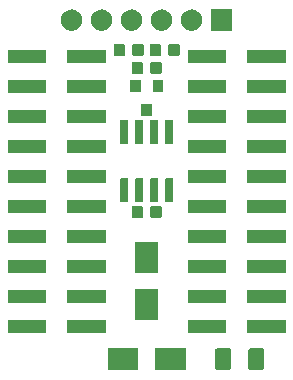
<source format=gbr>
G04 #@! TF.GenerationSoftware,KiCad,Pcbnew,(5.1.5)-3*
G04 #@! TF.CreationDate,2022-01-02T05:02:30+03:00*
G04 #@! TF.ProjectId,Test,54657374-2e6b-4696-9361-645f70636258,rev?*
G04 #@! TF.SameCoordinates,Original*
G04 #@! TF.FileFunction,Soldermask,Bot*
G04 #@! TF.FilePolarity,Negative*
%FSLAX46Y46*%
G04 Gerber Fmt 4.6, Leading zero omitted, Abs format (unit mm)*
G04 Created by KiCad (PCBNEW (5.1.5)-3) date 2022-01-02 05:02:30*
%MOMM*%
%LPD*%
G04 APERTURE LIST*
%ADD10C,0.100000*%
G04 APERTURE END LIST*
D10*
G36*
X36321000Y-91121000D02*
G01*
X33719000Y-91121000D01*
X33719000Y-89219000D01*
X36321000Y-89219000D01*
X36321000Y-91121000D01*
G37*
G36*
X32321000Y-91121000D02*
G01*
X29719000Y-91121000D01*
X29719000Y-89219000D01*
X32321000Y-89219000D01*
X32321000Y-91121000D01*
G37*
G36*
X40012604Y-89248347D02*
G01*
X40049144Y-89259432D01*
X40082821Y-89277433D01*
X40112341Y-89301659D01*
X40136567Y-89331179D01*
X40154568Y-89364856D01*
X40165653Y-89401396D01*
X40170000Y-89445538D01*
X40170000Y-90894462D01*
X40165653Y-90938604D01*
X40154568Y-90975144D01*
X40136567Y-91008821D01*
X40112341Y-91038341D01*
X40082821Y-91062567D01*
X40049144Y-91080568D01*
X40012604Y-91091653D01*
X39968462Y-91096000D01*
X39019538Y-91096000D01*
X38975396Y-91091653D01*
X38938856Y-91080568D01*
X38905179Y-91062567D01*
X38875659Y-91038341D01*
X38851433Y-91008821D01*
X38833432Y-90975144D01*
X38822347Y-90938604D01*
X38818000Y-90894462D01*
X38818000Y-89445538D01*
X38822347Y-89401396D01*
X38833432Y-89364856D01*
X38851433Y-89331179D01*
X38875659Y-89301659D01*
X38905179Y-89277433D01*
X38938856Y-89259432D01*
X38975396Y-89248347D01*
X39019538Y-89244000D01*
X39968462Y-89244000D01*
X40012604Y-89248347D01*
G37*
G36*
X42812604Y-89248347D02*
G01*
X42849144Y-89259432D01*
X42882821Y-89277433D01*
X42912341Y-89301659D01*
X42936567Y-89331179D01*
X42954568Y-89364856D01*
X42965653Y-89401396D01*
X42970000Y-89445538D01*
X42970000Y-90894462D01*
X42965653Y-90938604D01*
X42954568Y-90975144D01*
X42936567Y-91008821D01*
X42912341Y-91038341D01*
X42882821Y-91062567D01*
X42849144Y-91080568D01*
X42812604Y-91091653D01*
X42768462Y-91096000D01*
X41819538Y-91096000D01*
X41775396Y-91091653D01*
X41738856Y-91080568D01*
X41705179Y-91062567D01*
X41675659Y-91038341D01*
X41651433Y-91008821D01*
X41633432Y-90975144D01*
X41622347Y-90938604D01*
X41618000Y-90894462D01*
X41618000Y-89445538D01*
X41622347Y-89401396D01*
X41633432Y-89364856D01*
X41651433Y-89331179D01*
X41675659Y-89301659D01*
X41705179Y-89277433D01*
X41738856Y-89259432D01*
X41775396Y-89248347D01*
X41819538Y-89244000D01*
X42768462Y-89244000D01*
X42812604Y-89248347D01*
G37*
G36*
X39741000Y-87927000D02*
G01*
X36489000Y-87927000D01*
X36489000Y-86825000D01*
X39741000Y-86825000D01*
X39741000Y-87927000D01*
G37*
G36*
X24501000Y-87927000D02*
G01*
X21249000Y-87927000D01*
X21249000Y-86825000D01*
X24501000Y-86825000D01*
X24501000Y-87927000D01*
G37*
G36*
X29551000Y-87927000D02*
G01*
X26299000Y-87927000D01*
X26299000Y-86825000D01*
X29551000Y-86825000D01*
X29551000Y-87927000D01*
G37*
G36*
X44791000Y-87927000D02*
G01*
X41539000Y-87927000D01*
X41539000Y-86825000D01*
X44791000Y-86825000D01*
X44791000Y-87927000D01*
G37*
G36*
X33971000Y-86867000D02*
G01*
X32069000Y-86867000D01*
X32069000Y-84265000D01*
X33971000Y-84265000D01*
X33971000Y-86867000D01*
G37*
G36*
X24501000Y-85387000D02*
G01*
X21249000Y-85387000D01*
X21249000Y-84285000D01*
X24501000Y-84285000D01*
X24501000Y-85387000D01*
G37*
G36*
X29551000Y-85387000D02*
G01*
X26299000Y-85387000D01*
X26299000Y-84285000D01*
X29551000Y-84285000D01*
X29551000Y-85387000D01*
G37*
G36*
X44791000Y-85387000D02*
G01*
X41539000Y-85387000D01*
X41539000Y-84285000D01*
X44791000Y-84285000D01*
X44791000Y-85387000D01*
G37*
G36*
X39741000Y-85387000D02*
G01*
X36489000Y-85387000D01*
X36489000Y-84285000D01*
X39741000Y-84285000D01*
X39741000Y-85387000D01*
G37*
G36*
X33971000Y-82867000D02*
G01*
X32069000Y-82867000D01*
X32069000Y-80265000D01*
X33971000Y-80265000D01*
X33971000Y-82867000D01*
G37*
G36*
X29551000Y-82847000D02*
G01*
X26299000Y-82847000D01*
X26299000Y-81745000D01*
X29551000Y-81745000D01*
X29551000Y-82847000D01*
G37*
G36*
X24501000Y-82847000D02*
G01*
X21249000Y-82847000D01*
X21249000Y-81745000D01*
X24501000Y-81745000D01*
X24501000Y-82847000D01*
G37*
G36*
X44791000Y-82847000D02*
G01*
X41539000Y-82847000D01*
X41539000Y-81745000D01*
X44791000Y-81745000D01*
X44791000Y-82847000D01*
G37*
G36*
X39741000Y-82847000D02*
G01*
X36489000Y-82847000D01*
X36489000Y-81745000D01*
X39741000Y-81745000D01*
X39741000Y-82847000D01*
G37*
G36*
X24501000Y-80307000D02*
G01*
X21249000Y-80307000D01*
X21249000Y-79205000D01*
X24501000Y-79205000D01*
X24501000Y-80307000D01*
G37*
G36*
X29551000Y-80307000D02*
G01*
X26299000Y-80307000D01*
X26299000Y-79205000D01*
X29551000Y-79205000D01*
X29551000Y-80307000D01*
G37*
G36*
X39741000Y-80307000D02*
G01*
X36489000Y-80307000D01*
X36489000Y-79205000D01*
X39741000Y-79205000D01*
X39741000Y-80307000D01*
G37*
G36*
X44791000Y-80307000D02*
G01*
X41539000Y-80307000D01*
X41539000Y-79205000D01*
X44791000Y-79205000D01*
X44791000Y-80307000D01*
G37*
G36*
X34149591Y-77202085D02*
G01*
X34183569Y-77212393D01*
X34214890Y-77229134D01*
X34242339Y-77251661D01*
X34264866Y-77279110D01*
X34281607Y-77310431D01*
X34291915Y-77344409D01*
X34296000Y-77385890D01*
X34296000Y-78062110D01*
X34291915Y-78103591D01*
X34281607Y-78137569D01*
X34264866Y-78168890D01*
X34242339Y-78196339D01*
X34214890Y-78218866D01*
X34183569Y-78235607D01*
X34149591Y-78245915D01*
X34108110Y-78250000D01*
X33506890Y-78250000D01*
X33465409Y-78245915D01*
X33431431Y-78235607D01*
X33400110Y-78218866D01*
X33372661Y-78196339D01*
X33350134Y-78168890D01*
X33333393Y-78137569D01*
X33323085Y-78103591D01*
X33319000Y-78062110D01*
X33319000Y-77385890D01*
X33323085Y-77344409D01*
X33333393Y-77310431D01*
X33350134Y-77279110D01*
X33372661Y-77251661D01*
X33400110Y-77229134D01*
X33431431Y-77212393D01*
X33465409Y-77202085D01*
X33506890Y-77198000D01*
X34108110Y-77198000D01*
X34149591Y-77202085D01*
G37*
G36*
X32574591Y-77202085D02*
G01*
X32608569Y-77212393D01*
X32639890Y-77229134D01*
X32667339Y-77251661D01*
X32689866Y-77279110D01*
X32706607Y-77310431D01*
X32716915Y-77344409D01*
X32721000Y-77385890D01*
X32721000Y-78062110D01*
X32716915Y-78103591D01*
X32706607Y-78137569D01*
X32689866Y-78168890D01*
X32667339Y-78196339D01*
X32639890Y-78218866D01*
X32608569Y-78235607D01*
X32574591Y-78245915D01*
X32533110Y-78250000D01*
X31931890Y-78250000D01*
X31890409Y-78245915D01*
X31856431Y-78235607D01*
X31825110Y-78218866D01*
X31797661Y-78196339D01*
X31775134Y-78168890D01*
X31758393Y-78137569D01*
X31748085Y-78103591D01*
X31744000Y-78062110D01*
X31744000Y-77385890D01*
X31748085Y-77344409D01*
X31758393Y-77310431D01*
X31775134Y-77279110D01*
X31797661Y-77251661D01*
X31825110Y-77229134D01*
X31856431Y-77212393D01*
X31890409Y-77202085D01*
X31931890Y-77198000D01*
X32533110Y-77198000D01*
X32574591Y-77202085D01*
G37*
G36*
X44791000Y-77767000D02*
G01*
X41539000Y-77767000D01*
X41539000Y-76665000D01*
X44791000Y-76665000D01*
X44791000Y-77767000D01*
G37*
G36*
X39741000Y-77767000D02*
G01*
X36489000Y-77767000D01*
X36489000Y-76665000D01*
X39741000Y-76665000D01*
X39741000Y-77767000D01*
G37*
G36*
X24501000Y-77767000D02*
G01*
X21249000Y-77767000D01*
X21249000Y-76665000D01*
X24501000Y-76665000D01*
X24501000Y-77767000D01*
G37*
G36*
X29551000Y-77767000D02*
G01*
X26299000Y-77767000D01*
X26299000Y-76665000D01*
X29551000Y-76665000D01*
X29551000Y-77767000D01*
G37*
G36*
X31374928Y-74857764D02*
G01*
X31396009Y-74864160D01*
X31415445Y-74874548D01*
X31432476Y-74888524D01*
X31446452Y-74905555D01*
X31456840Y-74924991D01*
X31463236Y-74946072D01*
X31466000Y-74974140D01*
X31466000Y-76787860D01*
X31463236Y-76815928D01*
X31456840Y-76837009D01*
X31446452Y-76856445D01*
X31432476Y-76873476D01*
X31415445Y-76887452D01*
X31396009Y-76897840D01*
X31374928Y-76904236D01*
X31346860Y-76907000D01*
X30883140Y-76907000D01*
X30855072Y-76904236D01*
X30833991Y-76897840D01*
X30814555Y-76887452D01*
X30797524Y-76873476D01*
X30783548Y-76856445D01*
X30773160Y-76837009D01*
X30766764Y-76815928D01*
X30764000Y-76787860D01*
X30764000Y-74974140D01*
X30766764Y-74946072D01*
X30773160Y-74924991D01*
X30783548Y-74905555D01*
X30797524Y-74888524D01*
X30814555Y-74874548D01*
X30833991Y-74864160D01*
X30855072Y-74857764D01*
X30883140Y-74855000D01*
X31346860Y-74855000D01*
X31374928Y-74857764D01*
G37*
G36*
X35184928Y-74857764D02*
G01*
X35206009Y-74864160D01*
X35225445Y-74874548D01*
X35242476Y-74888524D01*
X35256452Y-74905555D01*
X35266840Y-74924991D01*
X35273236Y-74946072D01*
X35276000Y-74974140D01*
X35276000Y-76787860D01*
X35273236Y-76815928D01*
X35266840Y-76837009D01*
X35256452Y-76856445D01*
X35242476Y-76873476D01*
X35225445Y-76887452D01*
X35206009Y-76897840D01*
X35184928Y-76904236D01*
X35156860Y-76907000D01*
X34693140Y-76907000D01*
X34665072Y-76904236D01*
X34643991Y-76897840D01*
X34624555Y-76887452D01*
X34607524Y-76873476D01*
X34593548Y-76856445D01*
X34583160Y-76837009D01*
X34576764Y-76815928D01*
X34574000Y-76787860D01*
X34574000Y-74974140D01*
X34576764Y-74946072D01*
X34583160Y-74924991D01*
X34593548Y-74905555D01*
X34607524Y-74888524D01*
X34624555Y-74874548D01*
X34643991Y-74864160D01*
X34665072Y-74857764D01*
X34693140Y-74855000D01*
X35156860Y-74855000D01*
X35184928Y-74857764D01*
G37*
G36*
X33914928Y-74857764D02*
G01*
X33936009Y-74864160D01*
X33955445Y-74874548D01*
X33972476Y-74888524D01*
X33986452Y-74905555D01*
X33996840Y-74924991D01*
X34003236Y-74946072D01*
X34006000Y-74974140D01*
X34006000Y-76787860D01*
X34003236Y-76815928D01*
X33996840Y-76837009D01*
X33986452Y-76856445D01*
X33972476Y-76873476D01*
X33955445Y-76887452D01*
X33936009Y-76897840D01*
X33914928Y-76904236D01*
X33886860Y-76907000D01*
X33423140Y-76907000D01*
X33395072Y-76904236D01*
X33373991Y-76897840D01*
X33354555Y-76887452D01*
X33337524Y-76873476D01*
X33323548Y-76856445D01*
X33313160Y-76837009D01*
X33306764Y-76815928D01*
X33304000Y-76787860D01*
X33304000Y-74974140D01*
X33306764Y-74946072D01*
X33313160Y-74924991D01*
X33323548Y-74905555D01*
X33337524Y-74888524D01*
X33354555Y-74874548D01*
X33373991Y-74864160D01*
X33395072Y-74857764D01*
X33423140Y-74855000D01*
X33886860Y-74855000D01*
X33914928Y-74857764D01*
G37*
G36*
X32644928Y-74857764D02*
G01*
X32666009Y-74864160D01*
X32685445Y-74874548D01*
X32702476Y-74888524D01*
X32716452Y-74905555D01*
X32726840Y-74924991D01*
X32733236Y-74946072D01*
X32736000Y-74974140D01*
X32736000Y-76787860D01*
X32733236Y-76815928D01*
X32726840Y-76837009D01*
X32716452Y-76856445D01*
X32702476Y-76873476D01*
X32685445Y-76887452D01*
X32666009Y-76897840D01*
X32644928Y-76904236D01*
X32616860Y-76907000D01*
X32153140Y-76907000D01*
X32125072Y-76904236D01*
X32103991Y-76897840D01*
X32084555Y-76887452D01*
X32067524Y-76873476D01*
X32053548Y-76856445D01*
X32043160Y-76837009D01*
X32036764Y-76815928D01*
X32034000Y-76787860D01*
X32034000Y-74974140D01*
X32036764Y-74946072D01*
X32043160Y-74924991D01*
X32053548Y-74905555D01*
X32067524Y-74888524D01*
X32084555Y-74874548D01*
X32103991Y-74864160D01*
X32125072Y-74857764D01*
X32153140Y-74855000D01*
X32616860Y-74855000D01*
X32644928Y-74857764D01*
G37*
G36*
X29551000Y-75227000D02*
G01*
X26299000Y-75227000D01*
X26299000Y-74125000D01*
X29551000Y-74125000D01*
X29551000Y-75227000D01*
G37*
G36*
X24501000Y-75227000D02*
G01*
X21249000Y-75227000D01*
X21249000Y-74125000D01*
X24501000Y-74125000D01*
X24501000Y-75227000D01*
G37*
G36*
X39741000Y-75227000D02*
G01*
X36489000Y-75227000D01*
X36489000Y-74125000D01*
X39741000Y-74125000D01*
X39741000Y-75227000D01*
G37*
G36*
X44791000Y-75227000D02*
G01*
X41539000Y-75227000D01*
X41539000Y-74125000D01*
X44791000Y-74125000D01*
X44791000Y-75227000D01*
G37*
G36*
X29551000Y-72687000D02*
G01*
X26299000Y-72687000D01*
X26299000Y-71585000D01*
X29551000Y-71585000D01*
X29551000Y-72687000D01*
G37*
G36*
X39741000Y-72687000D02*
G01*
X36489000Y-72687000D01*
X36489000Y-71585000D01*
X39741000Y-71585000D01*
X39741000Y-72687000D01*
G37*
G36*
X44791000Y-72687000D02*
G01*
X41539000Y-72687000D01*
X41539000Y-71585000D01*
X44791000Y-71585000D01*
X44791000Y-72687000D01*
G37*
G36*
X24501000Y-72687000D02*
G01*
X21249000Y-72687000D01*
X21249000Y-71585000D01*
X24501000Y-71585000D01*
X24501000Y-72687000D01*
G37*
G36*
X32644928Y-69907764D02*
G01*
X32666009Y-69914160D01*
X32685445Y-69924548D01*
X32702476Y-69938524D01*
X32716452Y-69955555D01*
X32726840Y-69974991D01*
X32733236Y-69996072D01*
X32736000Y-70024140D01*
X32736000Y-71837860D01*
X32733236Y-71865928D01*
X32726840Y-71887009D01*
X32716452Y-71906445D01*
X32702476Y-71923476D01*
X32685445Y-71937452D01*
X32666009Y-71947840D01*
X32644928Y-71954236D01*
X32616860Y-71957000D01*
X32153140Y-71957000D01*
X32125072Y-71954236D01*
X32103991Y-71947840D01*
X32084555Y-71937452D01*
X32067524Y-71923476D01*
X32053548Y-71906445D01*
X32043160Y-71887009D01*
X32036764Y-71865928D01*
X32034000Y-71837860D01*
X32034000Y-70024140D01*
X32036764Y-69996072D01*
X32043160Y-69974991D01*
X32053548Y-69955555D01*
X32067524Y-69938524D01*
X32084555Y-69924548D01*
X32103991Y-69914160D01*
X32125072Y-69907764D01*
X32153140Y-69905000D01*
X32616860Y-69905000D01*
X32644928Y-69907764D01*
G37*
G36*
X31374928Y-69907764D02*
G01*
X31396009Y-69914160D01*
X31415445Y-69924548D01*
X31432476Y-69938524D01*
X31446452Y-69955555D01*
X31456840Y-69974991D01*
X31463236Y-69996072D01*
X31466000Y-70024140D01*
X31466000Y-71837860D01*
X31463236Y-71865928D01*
X31456840Y-71887009D01*
X31446452Y-71906445D01*
X31432476Y-71923476D01*
X31415445Y-71937452D01*
X31396009Y-71947840D01*
X31374928Y-71954236D01*
X31346860Y-71957000D01*
X30883140Y-71957000D01*
X30855072Y-71954236D01*
X30833991Y-71947840D01*
X30814555Y-71937452D01*
X30797524Y-71923476D01*
X30783548Y-71906445D01*
X30773160Y-71887009D01*
X30766764Y-71865928D01*
X30764000Y-71837860D01*
X30764000Y-70024140D01*
X30766764Y-69996072D01*
X30773160Y-69974991D01*
X30783548Y-69955555D01*
X30797524Y-69938524D01*
X30814555Y-69924548D01*
X30833991Y-69914160D01*
X30855072Y-69907764D01*
X30883140Y-69905000D01*
X31346860Y-69905000D01*
X31374928Y-69907764D01*
G37*
G36*
X33914928Y-69907764D02*
G01*
X33936009Y-69914160D01*
X33955445Y-69924548D01*
X33972476Y-69938524D01*
X33986452Y-69955555D01*
X33996840Y-69974991D01*
X34003236Y-69996072D01*
X34006000Y-70024140D01*
X34006000Y-71837860D01*
X34003236Y-71865928D01*
X33996840Y-71887009D01*
X33986452Y-71906445D01*
X33972476Y-71923476D01*
X33955445Y-71937452D01*
X33936009Y-71947840D01*
X33914928Y-71954236D01*
X33886860Y-71957000D01*
X33423140Y-71957000D01*
X33395072Y-71954236D01*
X33373991Y-71947840D01*
X33354555Y-71937452D01*
X33337524Y-71923476D01*
X33323548Y-71906445D01*
X33313160Y-71887009D01*
X33306764Y-71865928D01*
X33304000Y-71837860D01*
X33304000Y-70024140D01*
X33306764Y-69996072D01*
X33313160Y-69974991D01*
X33323548Y-69955555D01*
X33337524Y-69938524D01*
X33354555Y-69924548D01*
X33373991Y-69914160D01*
X33395072Y-69907764D01*
X33423140Y-69905000D01*
X33886860Y-69905000D01*
X33914928Y-69907764D01*
G37*
G36*
X35184928Y-69907764D02*
G01*
X35206009Y-69914160D01*
X35225445Y-69924548D01*
X35242476Y-69938524D01*
X35256452Y-69955555D01*
X35266840Y-69974991D01*
X35273236Y-69996072D01*
X35276000Y-70024140D01*
X35276000Y-71837860D01*
X35273236Y-71865928D01*
X35266840Y-71887009D01*
X35256452Y-71906445D01*
X35242476Y-71923476D01*
X35225445Y-71937452D01*
X35206009Y-71947840D01*
X35184928Y-71954236D01*
X35156860Y-71957000D01*
X34693140Y-71957000D01*
X34665072Y-71954236D01*
X34643991Y-71947840D01*
X34624555Y-71937452D01*
X34607524Y-71923476D01*
X34593548Y-71906445D01*
X34583160Y-71887009D01*
X34576764Y-71865928D01*
X34574000Y-71837860D01*
X34574000Y-70024140D01*
X34576764Y-69996072D01*
X34583160Y-69974991D01*
X34593548Y-69955555D01*
X34607524Y-69938524D01*
X34624555Y-69924548D01*
X34643991Y-69914160D01*
X34665072Y-69907764D01*
X34693140Y-69905000D01*
X35156860Y-69905000D01*
X35184928Y-69907764D01*
G37*
G36*
X29551000Y-70147000D02*
G01*
X26299000Y-70147000D01*
X26299000Y-69045000D01*
X29551000Y-69045000D01*
X29551000Y-70147000D01*
G37*
G36*
X24501000Y-70147000D02*
G01*
X21249000Y-70147000D01*
X21249000Y-69045000D01*
X24501000Y-69045000D01*
X24501000Y-70147000D01*
G37*
G36*
X44791000Y-70147000D02*
G01*
X41539000Y-70147000D01*
X41539000Y-69045000D01*
X44791000Y-69045000D01*
X44791000Y-70147000D01*
G37*
G36*
X39741000Y-70147000D02*
G01*
X36489000Y-70147000D01*
X36489000Y-69045000D01*
X39741000Y-69045000D01*
X39741000Y-70147000D01*
G37*
G36*
X33471000Y-69573000D02*
G01*
X32569000Y-69573000D01*
X32569000Y-68571000D01*
X33471000Y-68571000D01*
X33471000Y-69573000D01*
G37*
G36*
X44791000Y-67607000D02*
G01*
X41539000Y-67607000D01*
X41539000Y-66505000D01*
X44791000Y-66505000D01*
X44791000Y-67607000D01*
G37*
G36*
X29551000Y-67607000D02*
G01*
X26299000Y-67607000D01*
X26299000Y-66505000D01*
X29551000Y-66505000D01*
X29551000Y-67607000D01*
G37*
G36*
X39741000Y-67607000D02*
G01*
X36489000Y-67607000D01*
X36489000Y-66505000D01*
X39741000Y-66505000D01*
X39741000Y-67607000D01*
G37*
G36*
X24501000Y-67607000D02*
G01*
X21249000Y-67607000D01*
X21249000Y-66505000D01*
X24501000Y-66505000D01*
X24501000Y-67607000D01*
G37*
G36*
X32521000Y-67573000D02*
G01*
X31619000Y-67573000D01*
X31619000Y-66571000D01*
X32521000Y-66571000D01*
X32521000Y-67573000D01*
G37*
G36*
X34421000Y-67573000D02*
G01*
X33519000Y-67573000D01*
X33519000Y-66571000D01*
X34421000Y-66571000D01*
X34421000Y-67573000D01*
G37*
G36*
X32574591Y-65010085D02*
G01*
X32608569Y-65020393D01*
X32639890Y-65037134D01*
X32667339Y-65059661D01*
X32689866Y-65087110D01*
X32706607Y-65118431D01*
X32716915Y-65152409D01*
X32721000Y-65193890D01*
X32721000Y-65870110D01*
X32716915Y-65911591D01*
X32706607Y-65945569D01*
X32689866Y-65976890D01*
X32667339Y-66004339D01*
X32639890Y-66026866D01*
X32608569Y-66043607D01*
X32574591Y-66053915D01*
X32533110Y-66058000D01*
X31931890Y-66058000D01*
X31890409Y-66053915D01*
X31856431Y-66043607D01*
X31825110Y-66026866D01*
X31797661Y-66004339D01*
X31775134Y-65976890D01*
X31758393Y-65945569D01*
X31748085Y-65911591D01*
X31744000Y-65870110D01*
X31744000Y-65193890D01*
X31748085Y-65152409D01*
X31758393Y-65118431D01*
X31775134Y-65087110D01*
X31797661Y-65059661D01*
X31825110Y-65037134D01*
X31856431Y-65020393D01*
X31890409Y-65010085D01*
X31931890Y-65006000D01*
X32533110Y-65006000D01*
X32574591Y-65010085D01*
G37*
G36*
X34149591Y-65010085D02*
G01*
X34183569Y-65020393D01*
X34214890Y-65037134D01*
X34242339Y-65059661D01*
X34264866Y-65087110D01*
X34281607Y-65118431D01*
X34291915Y-65152409D01*
X34296000Y-65193890D01*
X34296000Y-65870110D01*
X34291915Y-65911591D01*
X34281607Y-65945569D01*
X34264866Y-65976890D01*
X34242339Y-66004339D01*
X34214890Y-66026866D01*
X34183569Y-66043607D01*
X34149591Y-66053915D01*
X34108110Y-66058000D01*
X33506890Y-66058000D01*
X33465409Y-66053915D01*
X33431431Y-66043607D01*
X33400110Y-66026866D01*
X33372661Y-66004339D01*
X33350134Y-65976890D01*
X33333393Y-65945569D01*
X33323085Y-65911591D01*
X33319000Y-65870110D01*
X33319000Y-65193890D01*
X33323085Y-65152409D01*
X33333393Y-65118431D01*
X33350134Y-65087110D01*
X33372661Y-65059661D01*
X33400110Y-65037134D01*
X33431431Y-65020393D01*
X33465409Y-65010085D01*
X33506890Y-65006000D01*
X34108110Y-65006000D01*
X34149591Y-65010085D01*
G37*
G36*
X39741000Y-65067000D02*
G01*
X36489000Y-65067000D01*
X36489000Y-63965000D01*
X39741000Y-63965000D01*
X39741000Y-65067000D01*
G37*
G36*
X24501000Y-65067000D02*
G01*
X21249000Y-65067000D01*
X21249000Y-63965000D01*
X24501000Y-63965000D01*
X24501000Y-65067000D01*
G37*
G36*
X29551000Y-65067000D02*
G01*
X26299000Y-65067000D01*
X26299000Y-63965000D01*
X29551000Y-63965000D01*
X29551000Y-65067000D01*
G37*
G36*
X44791000Y-65067000D02*
G01*
X41539000Y-65067000D01*
X41539000Y-63965000D01*
X44791000Y-63965000D01*
X44791000Y-65067000D01*
G37*
G36*
X34098591Y-63486085D02*
G01*
X34132569Y-63496393D01*
X34163890Y-63513134D01*
X34191339Y-63535661D01*
X34213866Y-63563110D01*
X34230607Y-63594431D01*
X34240915Y-63628409D01*
X34245000Y-63669890D01*
X34245000Y-64346110D01*
X34240915Y-64387591D01*
X34230607Y-64421569D01*
X34213866Y-64452890D01*
X34191339Y-64480339D01*
X34163890Y-64502866D01*
X34132569Y-64519607D01*
X34098591Y-64529915D01*
X34057110Y-64534000D01*
X33455890Y-64534000D01*
X33414409Y-64529915D01*
X33380431Y-64519607D01*
X33349110Y-64502866D01*
X33321661Y-64480339D01*
X33299134Y-64452890D01*
X33282393Y-64421569D01*
X33272085Y-64387591D01*
X33268000Y-64346110D01*
X33268000Y-63669890D01*
X33272085Y-63628409D01*
X33282393Y-63594431D01*
X33299134Y-63563110D01*
X33321661Y-63535661D01*
X33349110Y-63513134D01*
X33380431Y-63496393D01*
X33414409Y-63486085D01*
X33455890Y-63482000D01*
X34057110Y-63482000D01*
X34098591Y-63486085D01*
G37*
G36*
X35673591Y-63486085D02*
G01*
X35707569Y-63496393D01*
X35738890Y-63513134D01*
X35766339Y-63535661D01*
X35788866Y-63563110D01*
X35805607Y-63594431D01*
X35815915Y-63628409D01*
X35820000Y-63669890D01*
X35820000Y-64346110D01*
X35815915Y-64387591D01*
X35805607Y-64421569D01*
X35788866Y-64452890D01*
X35766339Y-64480339D01*
X35738890Y-64502866D01*
X35707569Y-64519607D01*
X35673591Y-64529915D01*
X35632110Y-64534000D01*
X35030890Y-64534000D01*
X34989409Y-64529915D01*
X34955431Y-64519607D01*
X34924110Y-64502866D01*
X34896661Y-64480339D01*
X34874134Y-64452890D01*
X34857393Y-64421569D01*
X34847085Y-64387591D01*
X34843000Y-64346110D01*
X34843000Y-63669890D01*
X34847085Y-63628409D01*
X34857393Y-63594431D01*
X34874134Y-63563110D01*
X34896661Y-63535661D01*
X34924110Y-63513134D01*
X34955431Y-63496393D01*
X34989409Y-63486085D01*
X35030890Y-63482000D01*
X35632110Y-63482000D01*
X35673591Y-63486085D01*
G37*
G36*
X31050591Y-63486085D02*
G01*
X31084569Y-63496393D01*
X31115890Y-63513134D01*
X31143339Y-63535661D01*
X31165866Y-63563110D01*
X31182607Y-63594431D01*
X31192915Y-63628409D01*
X31197000Y-63669890D01*
X31197000Y-64346110D01*
X31192915Y-64387591D01*
X31182607Y-64421569D01*
X31165866Y-64452890D01*
X31143339Y-64480339D01*
X31115890Y-64502866D01*
X31084569Y-64519607D01*
X31050591Y-64529915D01*
X31009110Y-64534000D01*
X30407890Y-64534000D01*
X30366409Y-64529915D01*
X30332431Y-64519607D01*
X30301110Y-64502866D01*
X30273661Y-64480339D01*
X30251134Y-64452890D01*
X30234393Y-64421569D01*
X30224085Y-64387591D01*
X30220000Y-64346110D01*
X30220000Y-63669890D01*
X30224085Y-63628409D01*
X30234393Y-63594431D01*
X30251134Y-63563110D01*
X30273661Y-63535661D01*
X30301110Y-63513134D01*
X30332431Y-63496393D01*
X30366409Y-63486085D01*
X30407890Y-63482000D01*
X31009110Y-63482000D01*
X31050591Y-63486085D01*
G37*
G36*
X32625591Y-63486085D02*
G01*
X32659569Y-63496393D01*
X32690890Y-63513134D01*
X32718339Y-63535661D01*
X32740866Y-63563110D01*
X32757607Y-63594431D01*
X32767915Y-63628409D01*
X32772000Y-63669890D01*
X32772000Y-64346110D01*
X32767915Y-64387591D01*
X32757607Y-64421569D01*
X32740866Y-64452890D01*
X32718339Y-64480339D01*
X32690890Y-64502866D01*
X32659569Y-64519607D01*
X32625591Y-64529915D01*
X32584110Y-64534000D01*
X31982890Y-64534000D01*
X31941409Y-64529915D01*
X31907431Y-64519607D01*
X31876110Y-64502866D01*
X31848661Y-64480339D01*
X31826134Y-64452890D01*
X31809393Y-64421569D01*
X31799085Y-64387591D01*
X31795000Y-64346110D01*
X31795000Y-63669890D01*
X31799085Y-63628409D01*
X31809393Y-63594431D01*
X31826134Y-63563110D01*
X31848661Y-63535661D01*
X31876110Y-63513134D01*
X31907431Y-63496393D01*
X31941409Y-63486085D01*
X31982890Y-63482000D01*
X32584110Y-63482000D01*
X32625591Y-63486085D01*
G37*
G36*
X26783512Y-60571927D02*
G01*
X26932812Y-60601624D01*
X27096784Y-60669544D01*
X27244354Y-60768147D01*
X27369853Y-60893646D01*
X27468456Y-61041216D01*
X27536376Y-61205188D01*
X27571000Y-61379259D01*
X27571000Y-61556741D01*
X27536376Y-61730812D01*
X27468456Y-61894784D01*
X27369853Y-62042354D01*
X27244354Y-62167853D01*
X27096784Y-62266456D01*
X26932812Y-62334376D01*
X26783512Y-62364073D01*
X26758742Y-62369000D01*
X26581258Y-62369000D01*
X26556488Y-62364073D01*
X26407188Y-62334376D01*
X26243216Y-62266456D01*
X26095646Y-62167853D01*
X25970147Y-62042354D01*
X25871544Y-61894784D01*
X25803624Y-61730812D01*
X25769000Y-61556741D01*
X25769000Y-61379259D01*
X25803624Y-61205188D01*
X25871544Y-61041216D01*
X25970147Y-60893646D01*
X26095646Y-60768147D01*
X26243216Y-60669544D01*
X26407188Y-60601624D01*
X26556488Y-60571927D01*
X26581258Y-60567000D01*
X26758742Y-60567000D01*
X26783512Y-60571927D01*
G37*
G36*
X29323512Y-60571927D02*
G01*
X29472812Y-60601624D01*
X29636784Y-60669544D01*
X29784354Y-60768147D01*
X29909853Y-60893646D01*
X30008456Y-61041216D01*
X30076376Y-61205188D01*
X30111000Y-61379259D01*
X30111000Y-61556741D01*
X30076376Y-61730812D01*
X30008456Y-61894784D01*
X29909853Y-62042354D01*
X29784354Y-62167853D01*
X29636784Y-62266456D01*
X29472812Y-62334376D01*
X29323512Y-62364073D01*
X29298742Y-62369000D01*
X29121258Y-62369000D01*
X29096488Y-62364073D01*
X28947188Y-62334376D01*
X28783216Y-62266456D01*
X28635646Y-62167853D01*
X28510147Y-62042354D01*
X28411544Y-61894784D01*
X28343624Y-61730812D01*
X28309000Y-61556741D01*
X28309000Y-61379259D01*
X28343624Y-61205188D01*
X28411544Y-61041216D01*
X28510147Y-60893646D01*
X28635646Y-60768147D01*
X28783216Y-60669544D01*
X28947188Y-60601624D01*
X29096488Y-60571927D01*
X29121258Y-60567000D01*
X29298742Y-60567000D01*
X29323512Y-60571927D01*
G37*
G36*
X31863512Y-60571927D02*
G01*
X32012812Y-60601624D01*
X32176784Y-60669544D01*
X32324354Y-60768147D01*
X32449853Y-60893646D01*
X32548456Y-61041216D01*
X32616376Y-61205188D01*
X32651000Y-61379259D01*
X32651000Y-61556741D01*
X32616376Y-61730812D01*
X32548456Y-61894784D01*
X32449853Y-62042354D01*
X32324354Y-62167853D01*
X32176784Y-62266456D01*
X32012812Y-62334376D01*
X31863512Y-62364073D01*
X31838742Y-62369000D01*
X31661258Y-62369000D01*
X31636488Y-62364073D01*
X31487188Y-62334376D01*
X31323216Y-62266456D01*
X31175646Y-62167853D01*
X31050147Y-62042354D01*
X30951544Y-61894784D01*
X30883624Y-61730812D01*
X30849000Y-61556741D01*
X30849000Y-61379259D01*
X30883624Y-61205188D01*
X30951544Y-61041216D01*
X31050147Y-60893646D01*
X31175646Y-60768147D01*
X31323216Y-60669544D01*
X31487188Y-60601624D01*
X31636488Y-60571927D01*
X31661258Y-60567000D01*
X31838742Y-60567000D01*
X31863512Y-60571927D01*
G37*
G36*
X34403512Y-60571927D02*
G01*
X34552812Y-60601624D01*
X34716784Y-60669544D01*
X34864354Y-60768147D01*
X34989853Y-60893646D01*
X35088456Y-61041216D01*
X35156376Y-61205188D01*
X35191000Y-61379259D01*
X35191000Y-61556741D01*
X35156376Y-61730812D01*
X35088456Y-61894784D01*
X34989853Y-62042354D01*
X34864354Y-62167853D01*
X34716784Y-62266456D01*
X34552812Y-62334376D01*
X34403512Y-62364073D01*
X34378742Y-62369000D01*
X34201258Y-62369000D01*
X34176488Y-62364073D01*
X34027188Y-62334376D01*
X33863216Y-62266456D01*
X33715646Y-62167853D01*
X33590147Y-62042354D01*
X33491544Y-61894784D01*
X33423624Y-61730812D01*
X33389000Y-61556741D01*
X33389000Y-61379259D01*
X33423624Y-61205188D01*
X33491544Y-61041216D01*
X33590147Y-60893646D01*
X33715646Y-60768147D01*
X33863216Y-60669544D01*
X34027188Y-60601624D01*
X34176488Y-60571927D01*
X34201258Y-60567000D01*
X34378742Y-60567000D01*
X34403512Y-60571927D01*
G37*
G36*
X40271000Y-62369000D02*
G01*
X38469000Y-62369000D01*
X38469000Y-60567000D01*
X40271000Y-60567000D01*
X40271000Y-62369000D01*
G37*
G36*
X36943512Y-60571927D02*
G01*
X37092812Y-60601624D01*
X37256784Y-60669544D01*
X37404354Y-60768147D01*
X37529853Y-60893646D01*
X37628456Y-61041216D01*
X37696376Y-61205188D01*
X37731000Y-61379259D01*
X37731000Y-61556741D01*
X37696376Y-61730812D01*
X37628456Y-61894784D01*
X37529853Y-62042354D01*
X37404354Y-62167853D01*
X37256784Y-62266456D01*
X37092812Y-62334376D01*
X36943512Y-62364073D01*
X36918742Y-62369000D01*
X36741258Y-62369000D01*
X36716488Y-62364073D01*
X36567188Y-62334376D01*
X36403216Y-62266456D01*
X36255646Y-62167853D01*
X36130147Y-62042354D01*
X36031544Y-61894784D01*
X35963624Y-61730812D01*
X35929000Y-61556741D01*
X35929000Y-61379259D01*
X35963624Y-61205188D01*
X36031544Y-61041216D01*
X36130147Y-60893646D01*
X36255646Y-60768147D01*
X36403216Y-60669544D01*
X36567188Y-60601624D01*
X36716488Y-60571927D01*
X36741258Y-60567000D01*
X36918742Y-60567000D01*
X36943512Y-60571927D01*
G37*
M02*

</source>
